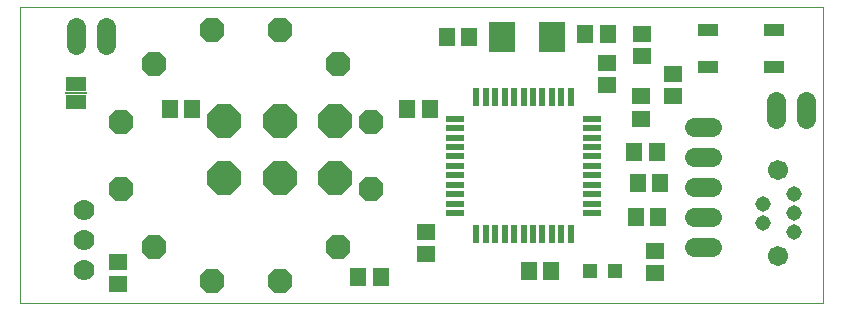
<source format=gts>
G04 EAGLE Gerber RS-274X export*
G75*
%MOMM*%
%FSLAX34Y34*%
%LPD*%
%INTop solder mask*%
%IPPOS*%
%AMOC8*
5,1,8,0,0,1.08239X$1,22.5*%
G01*
%ADD10C,0.000000*%
%ADD11P,3.037944X8X292.500000*%
%ADD12P,2.254402X8X292.500000*%
%ADD13R,1.401600X1.601600*%
%ADD14R,1.601600X1.401600*%
%ADD15R,1.701600X1.101600*%
%ADD16R,2.301600X2.501600*%
%ADD17C,1.625600*%
%ADD18R,1.701800X1.270000*%
%ADD19R,1.828800X0.152400*%
%ADD20R,1.601600X0.601600*%
%ADD21R,0.601600X1.601600*%
%ADD22R,1.301600X1.301600*%
%ADD23C,1.778000*%
%ADD24C,1.309600*%
%ADD25C,1.701600*%


D10*
X0Y0D02*
X680000Y0D01*
X680000Y250000D01*
X0Y250000D01*
X0Y0D01*
D11*
X219952Y153402D03*
D12*
X268974Y202424D03*
X297422Y153148D03*
X297422Y96252D03*
X268974Y46976D03*
X219698Y18528D03*
X162802Y18528D03*
X113526Y46976D03*
X85078Y96252D03*
X85078Y153148D03*
X113526Y202424D03*
X162802Y230872D03*
X219698Y230872D03*
D13*
X540238Y72275D03*
X521238Y72275D03*
X541825Y100850D03*
X522825Y100850D03*
D14*
X537950Y43800D03*
X537950Y24800D03*
X526175Y208712D03*
X526175Y227712D03*
X343412Y59945D03*
X343412Y40945D03*
D13*
X327838Y163788D03*
X346838Y163788D03*
X520125Y127400D03*
X539125Y127400D03*
X478638Y227761D03*
X497638Y227761D03*
X380087Y224586D03*
X361087Y224586D03*
D15*
X582675Y231225D03*
X638675Y231225D03*
X582675Y199225D03*
X638675Y199225D03*
D16*
X450324Y224586D03*
X408324Y224586D03*
D13*
X145720Y164289D03*
X126720Y164289D03*
D17*
X570765Y46700D02*
X586005Y46700D01*
X586005Y72100D02*
X570765Y72100D01*
X570765Y97500D02*
X586005Y97500D01*
X586005Y122900D02*
X570765Y122900D01*
X570765Y148300D02*
X586005Y148300D01*
D18*
X46955Y184905D03*
X46955Y169665D03*
D19*
X46955Y177285D03*
D13*
X286350Y21313D03*
X305350Y21313D03*
D17*
X46990Y217805D02*
X46990Y233045D01*
X72390Y233045D02*
X72390Y217805D01*
D14*
X83185Y15583D03*
X83185Y34583D03*
X525463Y155600D03*
X525463Y174600D03*
X496888Y184175D03*
X496888Y203175D03*
X552450Y174650D03*
X552450Y193650D03*
D20*
X484276Y75761D03*
X484276Y83761D03*
X484276Y91761D03*
X484276Y99761D03*
X484276Y107761D03*
X484276Y115761D03*
X484276Y123761D03*
X484276Y131761D03*
X484276Y139761D03*
X484276Y147761D03*
X484276Y155761D03*
D21*
X466276Y173761D03*
X458276Y173761D03*
X450276Y173761D03*
X442276Y173761D03*
X434276Y173761D03*
X426276Y173761D03*
X418276Y173761D03*
X410276Y173761D03*
X402276Y173761D03*
X394276Y173761D03*
X386276Y173761D03*
D20*
X368276Y155761D03*
X368276Y147761D03*
X368276Y139761D03*
X368276Y131761D03*
X368276Y123761D03*
X368276Y115761D03*
X368276Y107761D03*
X368276Y99761D03*
X368276Y91761D03*
X368276Y83761D03*
X368276Y75761D03*
D21*
X386276Y57761D03*
X394276Y57761D03*
X402276Y57761D03*
X410276Y57761D03*
X418276Y57761D03*
X426276Y57761D03*
X434276Y57761D03*
X442276Y57761D03*
X450276Y57761D03*
X458276Y57761D03*
X466276Y57761D03*
D13*
X449463Y26825D03*
X430463Y26825D03*
D22*
X503600Y26825D03*
X482600Y26825D03*
D23*
X53721Y52959D03*
X53721Y27559D03*
X53721Y78359D03*
D24*
X655025Y75575D03*
X655025Y91575D03*
X655025Y59575D03*
X629025Y67575D03*
X629025Y83575D03*
D25*
X642025Y112075D03*
X642025Y39075D03*
D17*
X665780Y155595D02*
X665780Y170835D01*
X640380Y170835D02*
X640380Y155595D01*
D11*
X267018Y153353D03*
X173038Y153353D03*
X173038Y105093D03*
X220028Y105093D03*
X267018Y105093D03*
M02*

</source>
